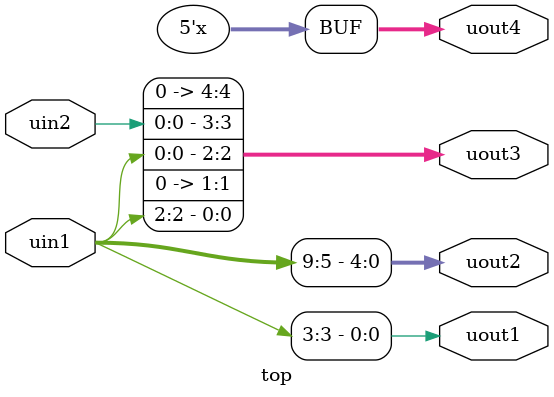
<source format=sv>
module top (
	output logic uout1,
	output logic [4:0] uout2,
	output logic [4:0] uout3,
	output logic [4:0] uout4,
	input logic [9:0] uin1,
	input logic uin2
);

	assign uout1 = uin1[3];
	assign uout2 = uin1[9:5];
	assign uout3 = {2'(uin2), uin1[0], 2'(uin1[2])};

	assign uout4 = 5'bX;
endmodule



</source>
